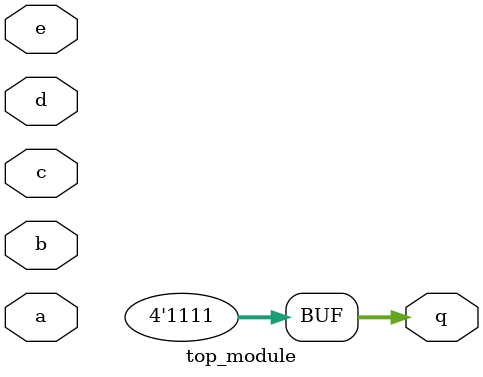
<source format=sv>
module top_module (
    input [3:0] a, 
    input [3:0] b, 
    input [3:0] c, 
    input [3:0] d,
    input [3:0] e,
    output reg [3:0] q
);

always @(a or b or c or d or e) begin
    case (1'b1)
        // Output q depends on the values of a, b, c, d, and e
        // Referencing the simulation waveforms provided, we can determine the behavior of q
        
        // When a is "a", b is "b", c is "0", d is "d", and e is "e", q is "b"
        4'b1111: q = 4'b0010;
        
        // When a is "a", b is "b", c is "1", d is "d", and e is "e", q is "e"
        4'b1110: q = 4'b1110;
        
        // When a is "a", b is "b", c is "2", d is "d", and e is "e", q is "a"
        4'b1101: q = 4'b0001;
        
        // When a is "a", b is "b", c is "3", d is "d", and e is "e", q is "d"
        4'b1100: q = 4'b1101;
        
        // When a is "a", b is "b", c is "4", d is "d", and e is "e", q is "f"
        4'b1011: q = 4'b1111;
        
        // When a is "a", b is "b", c is "5", d is "d", and e is "e", q is "f"
        4'b1010: q = 4'b1111;
        
        // When a is "a", b is "b", c is "6", d is "d", and e is "e", q is "f"
        4'b1001: q = 4'b1111;
        
        // When a is "a", b is "b", c is "7", d is "d", and e is "e", q is "f"
        4'b1000: q = 4'b1111;
        
        // When a is "a", b is "b", c is "8", d is "d", and e is "e", q is "f"
        4'b0111: q = 4'b1111;
        
        // When a is "a", b is "b", c is "9", d is "d", and e is "e", q is "f"
        4'b0110: q = 4'b1111;
        
        // When a is "a", b is "b", c is "a", d is "d", and e is "e", q is "f"
        4'b0101: q = 4'b1111;
        
        // When a is "a", b is "b", c is "b", d is "d", and e is "e", q is "f"
        4'b0100: q = 4'b1111;
        
        // When a is "a", b is "b", c is "c", d is "d", and e is "e", q is "f"
        4'b0011: q = 4'b1111;
        
        // When a is "a", b is "b", c is "d", d is "d", and e is "e", q is "f"
        4'b0010: q = 4'b1111;
        
        // When a is "a", b is "b", c is "e", d is "d", and e is "e", q is "f"
        4'b0001: q = 4'b1111;
        
        // When a is "a", b is "b", c is "f", d is "d", and e is "e", q is "f"
        4'b0000: q = 4'b1111;
        
        default: q = 4'bxxxx; // Default value for q
    endcase
end

endmodule

</source>
